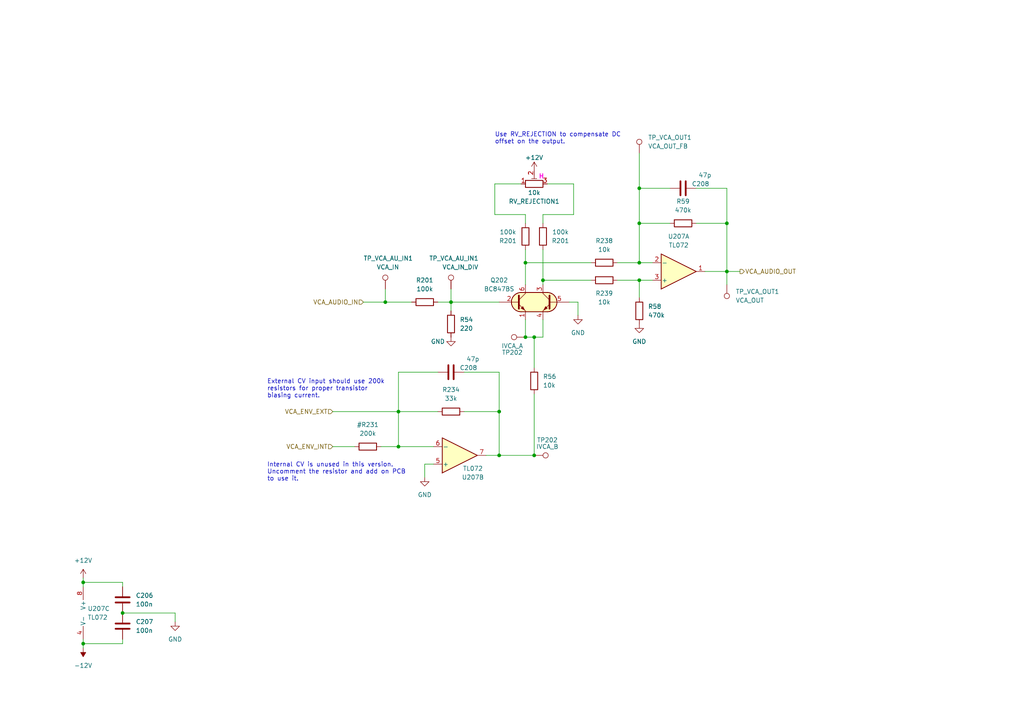
<source format=kicad_sch>
(kicad_sch (version 20231120) (generator "eeschema") (generator_version "8.0")
  (paper "A4")
  (title_block (title "VCA"))
  (lib_symbols
    (symbol "+12V_1" (power) (pin_names (offset 0))
      (property "Value" "+12V_1" (at 0 3.556 0))
      (symbol "+12V_1_0_1"
        (polyline (pts (xy -0.762 1.27) (xy 0 2.54)))
        (polyline (pts (xy 0 0) (xy 0 2.54)))
        (polyline (pts (xy 0 2.54) (xy 0.762 1.27)))
      )
      (symbol "+12V_1_1_1"
        (pin power_in line (at 0 0 90) (length 0) hide (name "+12V") (number "1"))
      )
    )
    (symbol "Amplifier_Operational:TL072" (pin_names (offset 0.127))
      (property "Reference" "U" (at 0 5.08 0))
      (property "Value" "TL072" (at 0 -5.08 0))
      (symbol "TL072_1_1"
        (polyline (pts (xy -5.08 5.08) (xy 5.08 0) (xy -5.08 -5.08) (xy -5.08 5.08)) (stroke (width 0.254)) (fill (type background)))
        (pin output line (at 7.62 0 180) (length 2.54) (name "~") (number "1"))
        (pin input line (at -7.62 -2.54 0) (length 2.54) (name "-") (number "2"))
        (pin input line (at -7.62 2.54 0) (length 2.54) (name "+") (number "3"))
      )
      (symbol "TL072_2_1"
        (polyline (pts (xy -5.08 5.08) (xy 5.08 0) (xy -5.08 -5.08) (xy -5.08 5.08)) (stroke (width 0.254)) (fill (type background)))
        (pin input line (at -7.62 2.54 0) (length 2.54) (name "+") (number "5"))
        (pin input line (at -7.62 -2.54 0) (length 2.54) (name "-") (number "6"))
        (pin output line (at 7.62 0 180) (length 2.54) (name "~") (number "7"))
      )
      (symbol "TL072_3_1"
        (pin power_in line (at -2.54 -7.62 90) (length 3.81) (name "V-") (number "4"))
        (pin power_in line (at -2.54 7.62 270) (length 3.81) (name "V+") (number "8"))
      )
    )
    (symbol "Connector:TestPoint" (pin_numbers hide) (pin_names (offset 0.762) hide)
      (property "Reference" "TP" (at 0 6.858 0))
      (property "Value" "TestPoint" (at 0 5.08 0))
      (symbol "TestPoint_0_1"
        (circle (center 0 3.302) (radius 0.762))
      )
      (symbol "TestPoint_1_1"
        (pin passive line (at 0 0 90) (length 2.54) (name "1") (number "1"))
      )
    )
    (symbol "Device:C" (pin_numbers hide) (pin_names (offset 0.254))
      (property "Reference" "C" (at 0.635 2.54 0))
      (property "Value" "C" (at 0.635 -2.54 0))
      (symbol "C_0_1"
        (polyline (pts (xy -2.032 -0.762) (xy 2.032 -0.762)) (stroke (width 0.508)))
        (polyline (pts (xy -2.032 0.762) (xy 2.032 0.762)) (stroke (width 0.508)))
      )
      (symbol "C_1_1"
        (pin passive line (at 0 3.81 270) (length 2.794) (name "~") (number "1"))
        (pin passive line (at 0 -3.81 90) (length 2.794) (name "~") (number "2"))
      )
    )
    (symbol "Device:R" (pin_numbers hide) (pin_names (offset 0))
      (property "Reference" "R" (at 2.032 0 90))
      (property "Value" "R" (at 0 0 90))
      (symbol "R_0_1"
        (rectangle (start -1.016 -2.54) (end 1.016 2.54) (stroke (width 0.254)))
      )
      (symbol "R_1_1"
        (pin passive line (at 0 3.81 270) (length 1.27) (name "~") (number "1"))
        (pin passive line (at 0 -3.81 90) (length 1.27) (name "~") (number "2"))
      )
    )
    (symbol "Device:R_Potentiometer_Trim" (pin_names (offset 1.016) hide)
      (property "Reference" "RV" (at -4.445 0 90))
      (property "Value" "R_Potentiometer_Trim" (at -2.54 0 90))
      (symbol "R_Potentiometer_Trim_0_1"
        (polyline (pts (xy 1.524 0.762) (xy 1.524 -0.762)))
        (polyline (pts (xy 2.54 0) (xy 1.524 0)))
        (rectangle (start 1.016 2.54) (end -1.016 -2.54) (stroke (width 0.254)))
      )
      (symbol "R_Potentiometer_Trim_1_1"
        (pin passive line (at 0 3.81 270) (length 1.27) (name "1") (number "1"))
        (pin passive line (at 3.81 0 180) (length 1.27) (name "2") (number "2"))
        (pin passive line (at 0 -3.81 90) (length 1.27) (name "3") (number "3"))
      )
    )
    (symbol "GND_2" (power) (pin_names (offset 0))
      (property "Value" "GND_2" (at 0 -3.81 0))
      (symbol "GND_2_0_1"
        (polyline (pts (xy 0 0) (xy 0 -1.27) (xy 1.27 -1.27) (xy 0 -2.54) (xy -1.27 -1.27) (xy 0 -1.27)))
      )
      (symbol "GND_2_1_1"
        (pin power_in line (at 0 0 270) (length 0) hide (name "GND") (number "1"))
      )
    )
    (symbol "GND_3" (power) (pin_names (offset 0))
      (property "Value" "GND_3" (at 0 -3.81 0))
      (symbol "GND_3_0_1"
        (polyline (pts (xy 0 0) (xy 0 -1.27) (xy 1.27 -1.27) (xy 0 -2.54) (xy -1.27 -1.27) (xy 0 -1.27)))
      )
      (symbol "GND_3_1_1"
        (pin power_in line (at 0 0 270) (length 0) hide (name "GND") (number "1"))
      )
    )
    (symbol "GND_4" (power) (pin_names (offset 0))
      (property "Value" "GND_4" (at 0 -3.81 0))
      (symbol "GND_4_0_1"
        (polyline (pts (xy 0 0) (xy 0 -1.27) (xy 1.27 -1.27) (xy 0 -2.54) (xy -1.27 -1.27) (xy 0 -1.27)))
      )
      (symbol "GND_4_1_1"
        (pin power_in line (at 0 0 270) (length 0) hide (name "GND") (number "1"))
      )
    )
    (symbol "PCM_Transistor_BJT_AKL:BC847BS" (pin_names (offset 1.016) hide)
      (property "Reference" "Q" (at 0 15.24 0))
      (property "Value" "BC847BS" (at 0 12.7 0))
      (symbol "BC847BS_0_1"
        (arc (start -3.81 2.794) (mid -6.5919 0) (end -3.81 -2.794) (stroke (width 0.254)) (fill (type background)))
        (polyline (pts (xy -3.81 2.794) (xy 3.81 2.794)) (stroke (width 0.254)))
        (polyline (pts (xy 3.81 -2.794) (xy -3.81 -2.794)) (stroke (width 0.254)))
        (polyline (pts (xy 3.81 2.794) (xy -4.064 2.794) (xy -5.334 2.286) (xy -6.096 1.524) (xy -6.604 0.635) (xy -6.604 -0.508) (xy -6.096 -1.651) (xy -5.334 -2.413) (xy -4.064 -2.794) (xy 4.064 -2.794) (xy 5.334 -2.286) (xy 6.223 -1.397) (xy 6.604 -0.381) (xy 6.35 1.143) (xy 5.461 2.286) (xy 3.937 2.794) (xy 3.429 2.794) (xy 3.048 2.794)) (stroke (width 0.0254)) (fill (type background)))
      )
      (symbol "BC847BS_1_1"
        (polyline (pts (xy -4.445 0.635) (xy -2.54 2.54)))
        (polyline (pts (xy 4.445 0.635) (xy 2.54 2.54)))
        (polyline (pts (xy -4.445 -0.635) (xy -2.54 -2.54) (xy -2.54 -2.54)))
        (polyline (pts (xy -4.445 1.905) (xy -4.445 -1.905) (xy -4.445 -1.905)) (stroke (width 0.508)))
        (polyline (pts (xy 4.445 -0.635) (xy 2.54 -2.54) (xy 2.54 -2.54)))
        (polyline (pts (xy 4.445 1.905) (xy 4.445 -1.905) (xy 4.445 -1.905)) (stroke (width 0.508)))
        (polyline (pts (xy -3.81 -1.778) (xy -3.302 -1.27) (xy -2.794 -2.286) (xy -3.81 -1.778) (xy -3.81 -1.778)) (fill (type outline)))
        (polyline (pts (xy 3.81 -1.778) (xy 3.302 -1.27) (xy 2.794 -2.286) (xy 3.81 -1.778) (xy 3.81 -1.778)) (fill (type outline)))
        (arc (start 3.81 -2.794) (mid 6.5919 0) (end 3.81 2.794) (stroke (width 0.254)))
        (pin passive line (at -2.54 -5.08 90) (length 2.54) (name "E1") (number "1"))
        (pin input line (at -10.16 0 0) (length 5.715) (name "B1") (number "2"))
        (pin passive line (at 2.54 5.08 270) (length 2.54) (name "C2") (number "3"))
        (pin passive line (at 2.54 -5.08 90) (length 2.54) (name "E2") (number "4"))
        (pin input line (at 10.16 0 180) (length 5.715) (name "B2") (number "5"))
        (pin passive line (at -2.54 5.08 270) (length 2.54) (name "C1") (number "6"))
      )
    )
    (symbol "power:+12V" (power) (pin_names (offset 0))
      (property "Value" "+12V" (at 0 3.556 0))
      (symbol "+12V_0_1"
        (polyline (pts (xy -0.762 1.27) (xy 0 2.54)))
        (polyline (pts (xy 0 0) (xy 0 2.54)))
        (polyline (pts (xy 0 2.54) (xy 0.762 1.27)))
      )
      (symbol "+12V_1_1"
        (pin power_in line (at 0 0 90) (length 0) hide (name "+12V") (number "1"))
      )
    )
    (symbol "power:-12V" (power) (pin_names (offset 0))
      (property "Value" "-12V" (at 0 3.81 0))
      (symbol "-12V_0_0"
        (pin power_in line (at 0 0 90) (length 0) hide (name "-12V") (number "1"))
      )
      (symbol "-12V_0_1"
        (polyline (pts (xy 0 0) (xy 0 1.27) (xy 0.762 1.27) (xy 0 2.54) (xy -0.762 1.27) (xy 0 1.27)) (fill (type outline)))
      )
    )
    (symbol "power:GND" (power) (pin_names (offset 0))
      (property "Value" "GND" (at 0 -3.81 0))
      (symbol "GND_0_1"
        (polyline (pts (xy 0 0) (xy 0 -1.27) (xy 1.27 -1.27) (xy 0 -2.54) (xy -1.27 -1.27) (xy 0 -1.27)))
      )
      (symbol "GND_1_1"
        (pin power_in line (at 0 0 270) (length 0) hide (name "GND") (number "1"))
      )
    )
  )
  (junction (at 115.57 129.54))
  (junction (at 152.4 97.79))
  (junction (at 144.78 119.38))
  (junction (at 24.13 168.91))
  (junction (at 24.13 186.69))
  (junction (at 210.82 64.77))
  (junction (at 185.42 54.61))
  (junction (at 185.42 64.77))
  (junction (at 154.94 97.79))
  (junction (at 154.94 132.08))
  (junction (at 35.56 177.8))
  (junction (at 157.48 81.28))
  (junction (at 210.82 78.74))
  (junction (at 130.81 87.63))
  (junction (at 152.4 76.2))
  (junction (at 144.78 132.08))
  (junction (at 185.42 76.2))
  (junction (at 185.42 81.28))
  (junction (at 115.57 119.38))
  (junction (at 111.76 87.63))
  (wire (pts (xy 115.57 119.38) (xy 127 119.38)))
  (wire (pts (xy 157.48 64.77) (xy 157.48 62.23)))
  (wire (pts (xy 134.62 107.95) (xy 144.78 107.95)))
  (wire (pts (xy 167.64 87.63) (xy 167.64 91.44)))
  (wire (pts (xy 144.78 119.38) (xy 144.78 132.08)))
  (wire (pts (xy 201.93 54.61) (xy 210.82 54.61)))
  (wire (pts (xy 185.42 54.61) (xy 194.31 54.61)))
  (wire (pts (xy 50.8 177.8) (xy 35.56 177.8)))
  (wire (pts (xy 154.94 97.79) (xy 157.48 97.79)))
  (wire (pts (xy 152.4 97.79) (xy 154.94 97.79)))
  (wire (pts (xy 50.8 180.34) (xy 50.8 177.8)))
  (wire (pts (xy 185.42 76.2) (xy 189.23 76.2)))
  (wire (pts (xy 185.42 44.45) (xy 185.42 54.61)))
  (wire (pts (xy 24.13 168.91) (xy 35.56 168.91)))
  (wire (pts (xy 24.13 168.91) (xy 24.13 170.18)))
  (wire (pts (xy 130.81 87.63) (xy 144.78 87.63)))
  (wire (pts (xy 130.81 87.63) (xy 130.81 90.17)))
  (wire (pts (xy 152.4 92.71) (xy 152.4 97.79)))
  (wire (pts (xy 96.52 119.38) (xy 115.57 119.38)))
  (wire (pts (xy 201.93 64.77) (xy 210.82 64.77)))
  (wire (pts (xy 185.42 81.28) (xy 189.23 81.28)))
  (wire (pts (xy 24.13 167.64) (xy 24.13 168.91)))
  (wire (pts (xy 210.82 54.61) (xy 210.82 64.77)))
  (wire (pts (xy 165.1 87.63) (xy 167.64 87.63)))
  (wire (pts (xy 24.13 186.69) (xy 35.56 186.69)))
  (wire (pts (xy 110.49 129.54) (xy 115.57 129.54)))
  (wire (pts (xy 152.4 76.2) (xy 152.4 82.55)))
  (wire (pts (xy 102.87 129.54) (xy 96.52 129.54)))
  (wire (pts (xy 157.48 72.39) (xy 157.48 81.28)))
  (wire (pts (xy 127 107.95) (xy 115.57 107.95)))
  (wire (pts (xy 185.42 54.61) (xy 185.42 64.77)))
  (wire (pts (xy 154.94 97.79) (xy 154.94 106.68)))
  (wire (pts (xy 179.07 81.28) (xy 185.42 81.28)))
  (wire (pts (xy 210.82 78.74) (xy 210.82 82.55)))
  (wire (pts (xy 152.4 72.39) (xy 152.4 76.2)))
  (wire (pts (xy 185.42 64.77) (xy 185.42 76.2)))
  (wire (pts (xy 151.13 53.34) (xy 143.51 53.34)))
  (wire (pts (xy 115.57 107.95) (xy 115.57 119.38)))
  (wire (pts (xy 154.94 132.08) (xy 154.94 114.3)))
  (wire (pts (xy 35.56 170.18) (xy 35.56 168.91)))
  (wire (pts (xy 35.56 185.42) (xy 35.56 186.69)))
  (wire (pts (xy 157.48 97.79) (xy 157.48 92.71)))
  (wire (pts (xy 111.76 83.82) (xy 111.76 87.63)))
  (wire (pts (xy 157.48 81.28) (xy 171.45 81.28)))
  (wire (pts (xy 210.82 78.74) (xy 204.47 78.74)))
  (wire (pts (xy 143.51 53.34) (xy 143.51 62.23)))
  (wire (pts (xy 210.82 64.77) (xy 210.82 78.74)))
  (wire (pts (xy 166.37 53.34) (xy 166.37 62.23)))
  (wire (pts (xy 144.78 132.08) (xy 154.94 132.08)))
  (wire (pts (xy 130.81 83.82) (xy 130.81 87.63)))
  (wire (pts (xy 144.78 107.95) (xy 144.78 119.38)))
  (wire (pts (xy 185.42 81.28) (xy 185.42 86.36)))
  (wire (pts (xy 179.07 76.2) (xy 185.42 76.2)))
  (wire (pts (xy 115.57 119.38) (xy 115.57 129.54)))
  (wire (pts (xy 158.75 53.34) (xy 166.37 53.34)))
  (wire (pts (xy 143.51 62.23) (xy 152.4 62.23)))
  (wire (pts (xy 123.19 134.62) (xy 125.73 134.62)))
  (wire (pts (xy 152.4 76.2) (xy 171.45 76.2)))
  (wire (pts (xy 140.97 132.08) (xy 144.78 132.08)))
  (wire (pts (xy 115.57 129.54) (xy 125.73 129.54)))
  (wire (pts (xy 24.13 187.96) (xy 24.13 186.69)))
  (wire (pts (xy 157.48 81.28) (xy 157.48 82.55)))
  (wire (pts (xy 111.76 87.63) (xy 119.38 87.63)))
  (wire (pts (xy 210.82 78.74) (xy 214.63 78.74)))
  (wire (pts (xy 134.62 119.38) (xy 144.78 119.38)))
  (wire (pts (xy 24.13 186.69) (xy 24.13 185.42)))
  (wire (pts (xy 152.4 62.23) (xy 152.4 64.77)))
  (wire (pts (xy 105.41 87.63) (xy 111.76 87.63)))
  (wire (pts (xy 194.31 64.77) (xy 185.42 64.77)))
  (wire (pts (xy 157.48 62.23) (xy 166.37 62.23)))
  (wire (pts (xy 123.19 134.62) (xy 123.19 138.43)))
  (wire (pts (xy 127 87.63) (xy 130.81 87.63)))
  (text "H" (at 156.21 52.07 0) (effects (font (size 1.27 1.27) (thickness 0.254) (bold yes)) (justify left bottom)))
  (text "External CV input should use 200k\nresistors for proper transistor \nbiasing current." (at 77.47 115.57 0) (effects (font (size 1.27 1.27)) (justify left bottom)))
  (text "Use RV_REJECTION to compensate DC \noffset on the output." (at 143.51 41.91 0) (effects (font (size 1.27 1.27)) (justify left bottom)))
  (text "Internal CV is unused in this version.\nUncomment the resistor and add on PCB\nto use it." (at 77.47 139.7 0) (effects (font (size 1.27 1.27)) (justify left bottom)))
  (hierarchical_label "VCA_AUDIO_IN" (shape input) (at 105.41 87.63 180))
  (hierarchical_label "VCA_ENV_EXT" (shape input) (at 96.52 119.38 180))
  (hierarchical_label "VCA_ENV_INT" (shape input) (at 96.52 129.54 180))
  (hierarchical_label "VCA_AUDIO_OUT" (shape output) (at 214.63 78.74 0))
  (symbol (lib_id "Device:R") (at 185.42 90.17 180) (unit 1)
    (property "Reference" "R58" (at 187.96 88.9 0) (effects (justify right)))
    (property "Value" "470k" (at 187.96 91.44 0) (effects (justify right)))
    (property "Footprint" "Resistor_SMD:R_0603_1608Metric" (effects (hide yes)))
    (property "LCSC" "C23178" (effects (hide yes)))
    (instances (project "shmoergh-funk-live-control" (path "" (reference "R58") (unit 1))) (project "core-rev-3" (path "" (reference "R240") (unit 1))))
  )
  (symbol (lib_id "Device:C") (at 35.56 173.99 0) (unit 1)
    (property "Reference" "C206" (at 39.37 172.72 0) (effects (justify left)))
    (property "Value" "100n" (at 39.37 175.26 0) (effects (justify left)))
    (property "Footprint" "Capacitor_SMD:C_0603_1608Metric" (effects (hide yes)))
    (property "LCSC" "C14663" (effects (hide yes)))
    (instances (project "A-psu-voice-proto-4l" (path "" (reference "C206") (unit 1))) (project "core-rev-3" (path "" (reference "C206") (unit 1)) (path "" (reference "C221") (unit 1))) (project "hog-v2-voice-proto" (path "" (reference "C206") (unit 1))))
  )
  (symbol (lib_id "Device:R") (at 106.68 129.54 90) (unit 1)
    (property "Reference" "#R231" (at 106.68 123.19 90))
    (property "Value" "200k" (at 106.68 125.73 90))
    (property "Footprint" "Resistor_SMD:R_0603_1608Metric" (effects (hide yes)))
    (property "LCSC" "C25811" (effects (hide yes)))
  )
  (symbol (lib_id "Connector:TestPoint") (at 210.82 82.55 180) (unit 1) (in_bom no)
    (property "Reference" "TP_VCA_OUT1" (at 213.36 84.582 0) (effects (justify right)))
    (property "Value" "VCA_OUT" (at 213.36 87.122 0) (effects (justify right)))
    (property "Footprint" "TestPoint:TestPoint_THTPad_D1.5mm_Drill0.7mm" (effects (hide yes)))
    (instances (project "shmoergh-funk-live-control" (path "" (reference "TP_VCA_OUT1") (unit 1))) (project "core-rev-3" (path "" (reference "TP_VCA_OUT201") (unit 1))))
  )
  (symbol (lib_id "power:+12V") (at 24.13 167.64 0) (unit 1)
    (property "Reference" "#PWR0246" (effects (hide yes)))
    (property "Value" "+12V" (at 24.13 162.56 0))
  )
  (symbol (lib_id "Device:C") (at 198.12 54.61 90) (unit 1)
    (property "Reference" "C208" (at 203.2 53.34 90))
    (property "Value" "47p" (at 204.47 50.8 90))
    (property "Footprint" "Capacitor_SMD:C_0603_1608Metric" (effects (hide yes)))
    (property "LCSC" "C1671" (effects (hide yes)))
    (instances (project "A-psu-voice-proto-4l" (path "" (reference "C208") (unit 1))) (project "core-rev-3" (path "" (reference "C205") (unit 1)) (path "" (reference "C215") (unit 1)) (path "" (reference "C282") (unit 1)) (path "" (reference "C285") (unit 1))) (project "hog-v2-voice-proto" (path "" (reference "C208") (unit 1))))
  )
  (symbol (lib_name "GND_2") (lib_id "power:GND") (at 130.81 97.79 0) (unit 1)
    (property "Reference" "#PWR0109" (effects (hide yes)))
    (property "Value" "GND" (at 127 99.06 0))
    (instances (project "shmoergh-funk-live-control" (path "" (reference "#PWR0109") (unit 1))) (project "core-rev-3" (path "" (reference "#PWR0250") (unit 1))))
  )
  (symbol (lib_id "Connector:TestPoint") (at 111.76 83.82 0) (unit 1) (in_bom no)
    (property "Reference" "TP_VCA_AU_IN1" (at 105.41 74.93 0) (effects (justify left)))
    (property "Value" "VCA_IN" (at 109.22 77.47 0) (effects (justify left)))
    (property "Footprint" "TestPoint:TestPoint_THTPad_D2.0mm_Drill1.0mm" (effects (hide yes)))
    (instances (project "shmoergh-funk-live-control" (path "" (reference "TP_VCA_AU_IN1") (unit 1))) (project "core-rev-3" (path "" (reference "TP_VCA_AU_IN202") (unit 1))))
  )
  (symbol (lib_id "Device:R") (at 130.81 119.38 90) (unit 1)
    (property "Reference" "R234" (at 130.81 113.03 90))
    (property "Value" "33k" (at 130.81 115.57 90))
    (property "Footprint" "Resistor_SMD:R_0603_1608Metric" (effects (hide yes)))
    (property "LCSC" "C4216" (effects (hide yes)))
  )
  (symbol (lib_id "Device:R") (at 175.26 76.2 90) (unit 1)
    (property "Reference" "R238" (at 175.26 69.85 90))
    (property "Value" "10k" (at 175.26 72.39 90))
    (property "Footprint" "Resistor_SMD:R_0603_1608Metric" (effects (hide yes)))
    (property "LCSC" "C25804" (effects (hide yes)))
  )
  (symbol (lib_id "Device:C") (at 35.56 181.61 0) (unit 1)
    (property "Reference" "C207" (at 39.37 180.34 0) (effects (justify left)))
    (property "Value" "100n" (at 39.37 182.88 0) (effects (justify left)))
    (property "Footprint" "Capacitor_SMD:C_0603_1608Metric" (effects (hide yes)))
    (property "LCSC" "C14663" (effects (hide yes)))
    (instances (project "A-psu-voice-proto-4l" (path "" (reference "C207") (unit 1))) (project "core-rev-3" (path "" (reference "C207") (unit 1)) (path "" (reference "C222") (unit 1))) (project "hog-v2-voice-proto" (path "" (reference "C207") (unit 1))))
  )
  (symbol (lib_id "Device:R") (at 198.12 64.77 90) (unit 1)
    (property "Reference" "R59" (at 198.12 58.42 90))
    (property "Value" "470k" (at 198.12 60.96 90))
    (property "Footprint" "Resistor_SMD:R_0603_1608Metric" (effects (hide yes)))
    (property "LCSC" "C23178" (effects (hide yes)))
    (instances (project "shmoergh-funk-live-control" (path "" (reference "R59") (unit 1))) (project "core-rev-3" (path "" (reference "R241") (unit 1))))
  )
  (symbol (lib_id "Device:R") (at 154.94 110.49 180) (unit 1)
    (property "Reference" "R56" (at 157.48 109.22 0) (effects (justify right)))
    (property "Value" "10k" (at 157.48 111.76 0) (effects (justify right)))
    (property "Footprint" "Resistor_SMD:R_0603_1608Metric" (effects (hide yes)))
    (property "LCSC" "C25804" (effects (hide yes)))
    (instances (project "shmoergh-funk-live-control" (path "" (reference "R56") (unit 1))) (project "core-rev-3" (path "" (reference "R236") (unit 1))))
  )
  (symbol (lib_id "Connector:TestPoint") (at 130.81 83.82 0) (unit 1) (in_bom no)
    (property "Reference" "TP_VCA_AU_IN1" (at 124.46 74.93 0) (effects (justify left)))
    (property "Value" "VCA_IN_DIV" (at 128.27 77.47 0) (effects (justify left)))
    (property "Footprint" "TestPoint:TestPoint_THTPad_D2.0mm_Drill1.0mm" (effects (hide yes)))
    (instances (project "shmoergh-funk-live-control" (path "" (reference "TP_VCA_AU_IN1") (unit 1))) (project "core-rev-3" (path "" (reference "TP_VCA_AU_IN201") (unit 1))))
  )
  (symbol (lib_name "+12V_1") (lib_id "power:+12V") (at 154.94 49.53 0) (unit 1)
    (property "Reference" "#PWR0110" (effects (hide yes)))
    (property "Value" "+12V" (at 154.94 45.72 0))
    (instances (project "shmoergh-funk-live-control" (path "" (reference "#PWR0110") (unit 1))) (project "core-rev-3" (path "" (reference "#PWR0251") (unit 1))))
  )
  (symbol (lib_id "Device:R") (at 175.26 81.28 90) (unit 1)
    (property "Reference" "R239" (at 175.26 85.09 90))
    (property "Value" "10k" (at 175.26 87.63 90))
    (property "Footprint" "Resistor_SMD:R_0603_1608Metric" (effects (hide yes)))
    (property "LCSC" "C25804" (effects (hide yes)))
  )
  (symbol (lib_id "Connector:TestPoint") (at 152.4 97.79 90) (unit 1) (in_bom no)
    (property "Reference" "TP206" (at 148.59 102.235 90))
    (property "Value" "IVCA_A" (at 148.59 100.33 90))
    (property "Footprint" "TestPoint:TestPoint_THTPad_2.0x2.0mm_Drill1.0mm" (effects (hide yes)))
    (instances (project "core-rev-3" (path "" (reference "TP202") (unit 1)) (path "" (reference "TP209") (unit 1)) (path "" (reference "TP210") (unit 1)) (path "" (reference "TP206") (unit 1)) (path "" (reference "TP225") (unit 1))))
  )
  (symbol (lib_id "Device:C") (at 130.81 107.95 90) (unit 1)
    (property "Reference" "C208" (at 135.89 106.68 90))
    (property "Value" "47p" (at 137.16 104.14 90))
    (property "Footprint" "Capacitor_SMD:C_0603_1608Metric" (effects (hide yes)))
    (property "LCSC" "C1671" (effects (hide yes)))
    (instances (project "A-psu-voice-proto-4l" (path "" (reference "C208") (unit 1))) (project "core-rev-3" (path "" (reference "C205") (unit 1)) (path "" (reference "C215") (unit 1)) (path "" (reference "C282") (unit 1)) (path "" (reference "C284") (unit 1))) (project "hog-v2-voice-proto" (path "" (reference "C208") (unit 1))))
  )
  (symbol (lib_id "Device:R_Potentiometer_Trim") (at 154.94 53.34 90) (unit 1) (in_bom no)
    (property "Reference" "RV_REJECTION1" (at 154.94 58.42 90))
    (property "Value" "10k" (at 154.94 55.88 90))
    (property "Footprint" "Potentiometer_THT:Potentiometer_Bourns_3006P_Horizontal" (effects (hide yes)))
    (instances (project "shmoergh-funk-live-control" (path "" (reference "RV_REJECTION1") (unit 1))) (project "core-rev-3" (path "" (reference "RV_VCA_REJECTION201") (unit 1))))
  )
  (symbol (lib_name "GND_3") (lib_id "power:GND") (at 185.42 93.98 0) (unit 1)
    (property "Reference" "#PWR0113" (effects (hide yes)))
    (property "Value" "GND" (at 185.42 99.06 0))
    (instances (project "shmoergh-funk-live-control" (path "" (reference "#PWR0113") (unit 1))) (project "core-rev-3" (path "" (reference "#PWR0253") (unit 1))))
  )
  (symbol (lib_id "power:GND") (at 50.8 180.34 0) (unit 1)
    (property "Reference" "#PWR0248" (effects (hide yes)))
    (property "Value" "GND" (at 50.8 185.42 0))
  )
  (symbol (lib_id "Device:R") (at 157.48 68.58 180) (unit 1)
    (property "Reference" "R201" (at 162.56 69.85 0))
    (property "Value" "100k" (at 162.56 67.31 0))
    (property "Footprint" "Resistor_SMD:R_0603_1608Metric" (effects (hide yes)))
    (property "LCSC" "C25803" (effects (hide yes)))
    (instances (project "A-psu-voice-proto-4l" (path "" (reference "R201") (unit 1))) (project "core-rev-3" (path "" (reference "R201") (unit 1)) (path "" (reference "R238") (unit 1)) (path "" (reference "R237") (unit 1))) (project "hog-v2-voice-proto" (path "" (reference "R201") (unit 1))))
  )
  (symbol (lib_id "power:GND") (at 123.19 138.43 0) (unit 1)
    (property "Reference" "#PWR0249" (effects (hide yes)))
    (property "Value" "GND" (at 123.19 143.51 0))
  )
  (symbol (lib_id "Connector:TestPoint") (at 154.94 132.08 270) (unit 1) (in_bom no)
    (property "Reference" "TP206" (at 158.75 127.635 90))
    (property "Value" "IVCA_B" (at 158.75 129.54 90))
    (property "Footprint" "TestPoint:TestPoint_THTPad_2.0x2.0mm_Drill1.0mm" (effects (hide yes)))
    (instances (project "core-rev-3" (path "" (reference "TP202") (unit 1)) (path "" (reference "TP209") (unit 1)) (path "" (reference "TP210") (unit 1)) (path "" (reference "TP206") (unit 1)) (path "" (reference "TP226") (unit 1))))
  )
  (symbol (lib_id "Amplifier_Operational:TL072") (at 133.35 132.08 0) (mirror x) (unit 2)
    (property "Reference" "U207" (at 137.16 138.43 0))
    (property "Value" "TL072" (at 137.16 135.89 0))
    (property "Footprint" "Package_SO:SOIC-8_3.9x4.9mm_P1.27mm" (effects (hide yes)))
    (property "Datasheet" "http://www.ti.com/lit/ds/symlink/tl071.pdf" (effects (hide yes)))
    (property "LCSC" "C6961" (effects (hide yes)))
  )
  (symbol (lib_id "Amplifier_Operational:TL072") (at 26.67 177.8 0) (unit 3)
    (property "Reference" "U207" (at 25.4 176.53 0) (effects (justify left)))
    (property "Value" "TL072" (at 25.4 179.07 0) (effects (justify left)))
    (property "Footprint" "Package_SO:SOIC-8_3.9x4.9mm_P1.27mm" (effects (hide yes)))
    (property "Datasheet" "http://www.ti.com/lit/ds/symlink/tl071.pdf" (effects (hide yes)))
    (property "LCSC" "C6961" (effects (hide yes)))
  )
  (symbol (lib_id "Amplifier_Operational:TL072") (at 196.85 78.74 0) (mirror x) (unit 1)
    (property "Reference" "U207" (at 196.85 68.58 0))
    (property "Value" "TL072" (at 196.85 71.12 0))
    (property "Footprint" "Package_SO:SOIC-8_3.9x4.9mm_P1.27mm" (effects (hide yes)))
    (property "Datasheet" "http://www.ti.com/lit/ds/symlink/tl071.pdf" (effects (hide yes)))
    (property "LCSC" "C6961" (effects (hide yes)))
  )
  (symbol (lib_id "Device:R") (at 130.81 93.98 0) (unit 1)
    (property "Reference" "R54" (at 133.35 92.71 0) (effects (justify left)))
    (property "Value" "220" (at 133.35 95.25 0) (effects (justify left)))
    (property "Footprint" "Resistor_SMD:R_0603_1608Metric" (effects (hide yes)))
    (property "Field4" "C22962" (effects (hide yes)))
    (instances (project "shmoergh-funk-live-control" (path "" (reference "R54") (unit 1))) (project "core-rev-3" (path "" (reference "R233") (unit 1))))
  )
  (symbol (lib_id "Connector:TestPoint") (at 185.42 44.45 0) (unit 1) (in_bom no)
    (property "Reference" "TP_VCA_OUT1" (at 187.96 39.878 0) (effects (justify left)))
    (property "Value" "VCA_OUT_FB" (at 187.96 42.418 0) (effects (justify left)))
    (property "Footprint" "TestPoint:TestPoint_THTPad_D1.5mm_Drill0.7mm" (effects (hide yes)))
    (instances (project "shmoergh-funk-live-control" (path "" (reference "TP_VCA_OUT1") (unit 1))) (project "core-rev-3" (path "" (reference "TP_VCA_OUT202") (unit 1))))
  )
  (symbol (lib_id "Device:R") (at 123.19 87.63 90) (unit 1)
    (property "Reference" "R201" (at 123.19 81.28 90))
    (property "Value" "100k" (at 123.19 83.82 90))
    (property "Footprint" "Resistor_SMD:R_0603_1608Metric" (effects (hide yes)))
    (property "LCSC" "C25803" (effects (hide yes)))
    (instances (project "A-psu-voice-proto-4l" (path "" (reference "R201") (unit 1))) (project "core-rev-3" (path "" (reference "R201") (unit 1)) (path "" (reference "R238") (unit 1)) (path "" (reference "R232") (unit 1))) (project "hog-v2-voice-proto" (path "" (reference "R201") (unit 1))))
  )
  (symbol (lib_name "GND_4") (lib_id "power:GND") (at 167.64 91.44 0) (unit 1)
    (property "Reference" "#PWR0112" (effects (hide yes)))
    (property "Value" "GND" (at 167.64 96.52 0))
    (instances (project "shmoergh-funk-live-control" (path "" (reference "#PWR0112") (unit 1))) (project "core-rev-3" (path "" (reference "#PWR0252") (unit 1))))
  )
  (symbol (lib_id "power:-12V") (at 24.13 187.96 180) (unit 1)
    (property "Reference" "#PWR0247" (effects (hide yes)))
    (property "Value" "-12V" (at 24.13 193.04 0))
  )
  (symbol (lib_id "Device:R") (at 152.4 68.58 180) (unit 1)
    (property "Reference" "R201" (at 147.32 69.85 0))
    (property "Value" "100k" (at 147.32 67.31 0))
    (property "Footprint" "Resistor_SMD:R_0603_1608Metric" (effects (hide yes)))
    (property "LCSC" "C25803" (effects (hide yes)))
    (instances (project "A-psu-voice-proto-4l" (path "" (reference "R201") (unit 1))) (project "core-rev-3" (path "" (reference "R201") (unit 1)) (path "" (reference "R238") (unit 1)) (path "" (reference "R235") (unit 1))) (project "hog-v2-voice-proto" (path "" (reference "R201") (unit 1))))
  )
  (symbol (lib_id "PCM_Transistor_BJT_AKL:BC847BS") (at 154.94 87.63 0) (unit 1)
    (property "Reference" "Q202" (at 144.78 81.28 0))
    (property "Value" "BC847BS" (at 144.78 83.82 0))
    (property "Footprint" "Package_TO_SOT_SMD:SOT-363_SC-70-6" (effects (hide yes)))
    (property "Datasheet" "https://www.tme.eu/Document/82748fbc26f250e671ae2786c3be5a04/BC847BS.115.pdf" (effects (hide yes)))
    (property "LCSC" "C699265" (effects (hide yes)))
    (instances (project "A-psu-voice-proto-4l" (path "" (reference "Q202") (unit 1))) (project "core-rev-3" (path "" (reference "Q202") (unit 1)) (path "" (reference "Q207") (unit 1))) (project "hog-v2-voice-proto" (path "" (reference "Q202") (unit 1))))
  )
)
</source>
